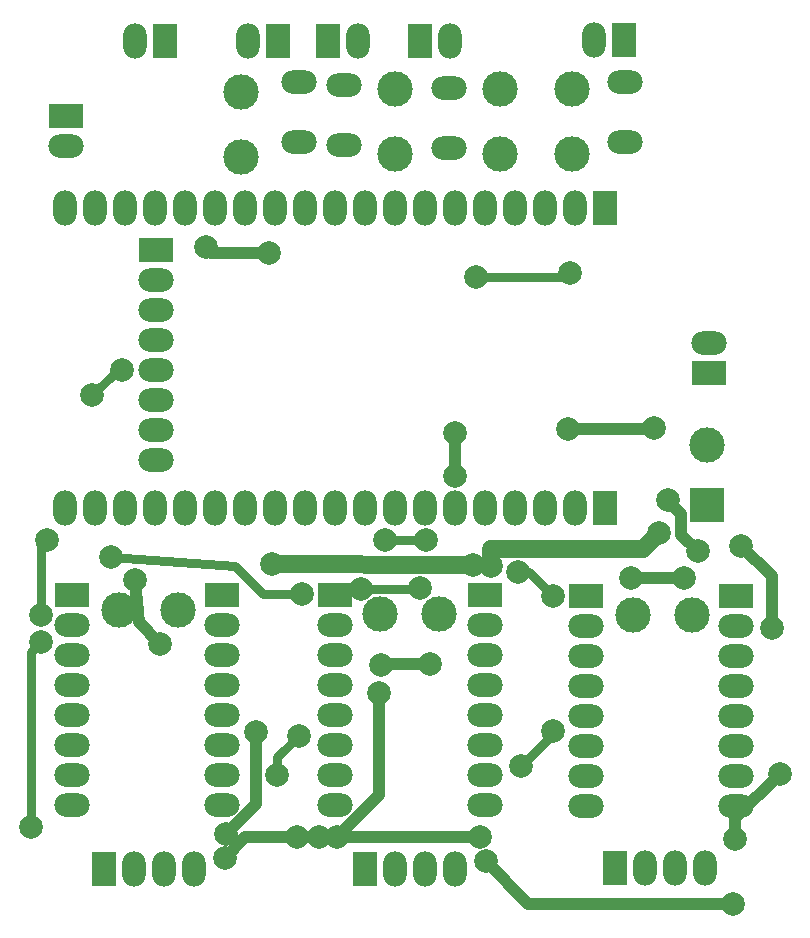
<source format=gbr>
G04 #@! TF.GenerationSoftware,KiCad,Pcbnew,(5.1.5-0)*
G04 #@! TF.CreationDate,2022-07-03T13:43:41+01:00*
G04 #@! TF.ProjectId,ESP32_Cnc_Shield,45535033-325f-4436-9e63-5f536869656c,rev?*
G04 #@! TF.SameCoordinates,Original*
G04 #@! TF.FileFunction,Copper,L1,Top*
G04 #@! TF.FilePolarity,Positive*
%FSLAX46Y46*%
G04 Gerber Fmt 4.6, Leading zero omitted, Abs format (unit mm)*
G04 Created by KiCad (PCBNEW (5.1.5-0)) date 2022-07-03 13:43:41*
%MOMM*%
%LPD*%
G04 APERTURE LIST*
%ADD10C,3.000000*%
%ADD11R,3.000000X3.000000*%
%ADD12O,3.000000X2.000000*%
%ADD13R,3.000000X2.000000*%
%ADD14O,2.000000X3.000000*%
%ADD15R,2.000000X3.000000*%
%ADD16C,2.000000*%
%ADD17C,1.000000*%
%ADD18C,1.500000*%
%ADD19C,0.800000*%
G04 APERTURE END LIST*
D10*
X58714640Y39921180D03*
D11*
X58714640Y34841180D03*
D10*
X52400000Y25560000D03*
X57400000Y25560000D03*
D12*
X11993880Y38608000D03*
X11993880Y41148000D03*
X11993880Y43688000D03*
X11993880Y46228000D03*
X11993880Y48768000D03*
X11993880Y51308000D03*
X11993880Y53848000D03*
D13*
X11993880Y56388000D03*
D10*
X30960000Y25590000D03*
X35960000Y25590000D03*
D12*
X51699260Y70685940D03*
X51699260Y65605940D03*
X27950260Y70431940D03*
X27950260Y65351940D03*
X36840260Y70177940D03*
X36840260Y65097940D03*
X24140260Y70685940D03*
X24140260Y65605940D03*
D14*
X15240000Y4010000D03*
X12700000Y4010000D03*
X10160000Y4010000D03*
D15*
X7620000Y4010000D03*
D14*
X58536840Y4091940D03*
X55996840Y4091940D03*
X53456840Y4091940D03*
D15*
X50916840Y4091940D03*
D14*
X10259060Y74124820D03*
D15*
X12799060Y74124820D03*
D12*
X4424680Y65211960D03*
D13*
X4424680Y67751960D03*
D14*
X37300000Y4040000D03*
X34760000Y4040000D03*
X32220000Y4040000D03*
D15*
X29680000Y4040000D03*
D12*
X17637480Y9451440D03*
X17637480Y11991440D03*
X17637480Y14531440D03*
X17637480Y17071440D03*
X17637480Y19611440D03*
X17637480Y22151440D03*
X17637480Y24691440D03*
D13*
X17637480Y27231440D03*
D14*
X19774000Y74153040D03*
D15*
X22314000Y74153040D03*
D14*
X36954560Y74102240D03*
D15*
X34414560Y74102240D03*
D14*
X49138940Y74224160D03*
D15*
X51678940Y74224160D03*
D12*
X61171600Y9317780D03*
X61171600Y11857780D03*
X61171600Y14397780D03*
X61171600Y16937780D03*
X61171600Y19477780D03*
X61171600Y22017780D03*
X61171600Y24557780D03*
D13*
X61171600Y27097780D03*
D14*
X29141520Y74155580D03*
D15*
X26601520Y74155580D03*
D12*
X39884720Y9442700D03*
X39884720Y11982700D03*
X39884720Y14522700D03*
X39884720Y17062700D03*
X39884720Y19602700D03*
X39884720Y22142700D03*
X39884720Y24682700D03*
D13*
X39884720Y27222700D03*
D12*
X58851800Y48552100D03*
D13*
X58851800Y46012100D03*
D12*
X4937480Y9451440D03*
X4937480Y11991440D03*
X4937480Y14531440D03*
X4937480Y17071440D03*
X4937480Y19611440D03*
X4937480Y22151440D03*
X4937480Y24691440D03*
D13*
X4937480Y27231440D03*
D14*
X4328260Y34617940D03*
X6868260Y34617940D03*
X9408260Y34617940D03*
X11948260Y34617940D03*
X14488260Y34617940D03*
X17028260Y34617940D03*
X19568260Y34617940D03*
X22108260Y34617940D03*
X24648260Y34617940D03*
X27188260Y34617940D03*
X29728260Y34617940D03*
X32268260Y34617940D03*
X34808260Y34617940D03*
X37348260Y34617940D03*
X39888260Y34617940D03*
X42428260Y34617940D03*
X44968260Y34617940D03*
X47508260Y34617940D03*
D15*
X50048260Y34617940D03*
D12*
X48471600Y9317780D03*
X48471600Y11857780D03*
X48471600Y14397780D03*
X48471600Y16937780D03*
X48471600Y19477780D03*
X48471600Y22017780D03*
X48471600Y24557780D03*
D13*
X48471600Y27097780D03*
D12*
X27184720Y9442700D03*
X27184720Y11982700D03*
X27184720Y14522700D03*
X27184720Y17062700D03*
X27184720Y19602700D03*
X27184720Y22142700D03*
X27184720Y24682700D03*
D13*
X27184720Y27222700D03*
D14*
X4328260Y60017940D03*
X6868260Y60017940D03*
X9408260Y60017940D03*
X11948260Y60017940D03*
X14488260Y60017940D03*
X17028260Y60017940D03*
X19568260Y60017940D03*
X22108260Y60017940D03*
X24648260Y60017940D03*
X27188260Y60017940D03*
X29728260Y60017940D03*
X32268260Y60017940D03*
X34808260Y60017940D03*
X37348260Y60017940D03*
X39888260Y60017940D03*
X42428260Y60017940D03*
X44968260Y60017940D03*
X47508260Y60017940D03*
D15*
X50048260Y60017940D03*
D10*
X47254260Y70089940D03*
X47254260Y64589940D03*
X32268260Y70089940D03*
X32268260Y64589940D03*
X41158260Y70089940D03*
X41158260Y64589940D03*
X19187260Y69835940D03*
X19187260Y64335940D03*
X8880000Y25930000D03*
X13880000Y25930000D03*
D16*
X30910000Y18920000D03*
X39420000Y6710000D03*
X20490000Y15630000D03*
X17950000Y6990000D03*
X17870000Y4980000D03*
X16280000Y56640000D03*
X25810000Y6730000D03*
X27367710Y6727710D03*
X23980000Y6700000D03*
X46890000Y41250000D03*
X54200000Y41360000D03*
X64170000Y24430000D03*
X61580000Y31380000D03*
X12380000Y23090000D03*
X35250000Y21350000D03*
X31040000Y21270000D03*
X52256670Y28674812D03*
X56700000Y28690000D03*
X21590000Y56200000D03*
X10256520Y28529280D03*
X37375140Y37255140D03*
X37370000Y40950000D03*
X57924700Y30916880D03*
X55331360Y35255200D03*
X61080000Y6580000D03*
X64815000Y12060000D03*
X60899040Y1069340D03*
X39928800Y4696460D03*
X38860000Y29800000D03*
X21870000Y29870000D03*
X40350000Y29670000D03*
X54637940Y32499300D03*
X39090000Y54180000D03*
X47060000Y54520000D03*
X31370000Y31860010D03*
X34870000Y31860010D03*
X45610000Y27150000D03*
X29338347Y27748762D03*
X34408883Y27800000D03*
X24410000Y27340000D03*
X42700000Y29134203D03*
X8176260Y30398720D03*
X2273280Y25530000D03*
X2770000Y31900000D03*
X1450000Y7580000D03*
X2320000Y23270000D03*
X9180000Y46280000D03*
X6620000Y44110000D03*
X22308820Y11988800D03*
X24112220Y15270480D03*
X45676820Y15735300D03*
X42900000Y12697980D03*
D17*
X37590000Y40730000D02*
X37370000Y40950000D01*
X39260000Y6550000D02*
X39420000Y6710000D01*
X20490000Y9530000D02*
X17950000Y6990000D01*
X20490000Y15630000D02*
X20490000Y9530000D01*
X17870000Y4980000D02*
X19600000Y6710000D01*
X27376197Y6730000D02*
X25810000Y6730000D01*
X30910000Y10263803D02*
X27376197Y6730000D01*
X30910000Y18920000D02*
X30910000Y10263803D01*
X25810000Y6730000D02*
X27367710Y6727710D01*
X27367710Y6727710D02*
X39420000Y6710000D01*
X25810000Y6730000D02*
X24010000Y6730000D01*
X24010000Y6730000D02*
X23980000Y6700000D01*
X19600000Y6710000D02*
X23980000Y6700000D01*
X54090000Y41250000D02*
X54200000Y41360000D01*
X46890000Y41250000D02*
X54090000Y41250000D01*
X64170000Y28790000D02*
X61580000Y31380000D01*
X64170000Y24430000D02*
X64170000Y28790000D01*
X31120000Y21350000D02*
X31040000Y21270000D01*
X35250000Y21350000D02*
X31120000Y21350000D01*
X52271858Y28690000D02*
X52256670Y28674812D01*
X56700000Y28690000D02*
X52271858Y28690000D01*
X16720000Y56200000D02*
X16280000Y56640000D01*
X21590000Y56200000D02*
X16720000Y56200000D01*
X10550000Y24920000D02*
X12380000Y23090000D01*
X10256520Y28529280D02*
X10550000Y24920000D01*
X37370000Y40950000D02*
X37370000Y40950000D01*
X37375140Y40944860D02*
X37370000Y40950000D01*
X37375140Y37255140D02*
X37375140Y40944860D01*
X56331359Y34255201D02*
X55331360Y35255200D01*
X56514639Y34071921D02*
X56331359Y34255201D01*
X56514639Y32326941D02*
X56514639Y34071921D01*
X57924700Y30916880D02*
X56514639Y32326941D01*
X61080000Y6580000D02*
X61080000Y8325000D01*
X61080000Y8325000D02*
X64815000Y12060000D01*
X43555920Y1069340D02*
X39928800Y4696460D01*
X60899040Y1069340D02*
X43555920Y1069340D01*
D18*
X37445787Y29800000D02*
X38860000Y29800000D01*
X37395787Y29750000D02*
X37445787Y29800000D01*
X21870000Y29870000D02*
X37395787Y29750000D01*
X40350000Y29670000D02*
X40350000Y31084213D01*
X53222853Y31084213D02*
X54637940Y32499300D01*
X40350000Y31084213D02*
X53222853Y31084213D01*
D19*
X46720000Y54180000D02*
X47060000Y54520000D01*
X39090000Y54180000D02*
X46720000Y54180000D01*
X34870000Y31860010D02*
X33455787Y31860010D01*
X33455787Y31860010D02*
X31370000Y31860010D01*
X34357645Y27748762D02*
X34408883Y27800000D01*
X29338347Y27748762D02*
X34357645Y27748762D01*
X45610000Y27150000D02*
X43625797Y29134203D01*
X43625797Y29134203D02*
X42700000Y29134203D01*
X21108922Y27340000D02*
X24410000Y27340000D01*
X18748922Y29700000D02*
X21108922Y27340000D01*
X8176260Y30398720D02*
X18748922Y29700000D01*
X2273280Y31403280D02*
X2770000Y31900000D01*
X2273280Y25530000D02*
X2273280Y31403280D01*
X1450000Y22400000D02*
X2320000Y23270000D01*
X1450000Y7580000D02*
X1450000Y22400000D01*
X8790000Y46280000D02*
X6620000Y44110000D01*
X9180000Y46280000D02*
X8790000Y46280000D01*
X22308820Y13467080D02*
X24112220Y15270480D01*
X22308820Y11988800D02*
X22308820Y13467080D01*
X45676820Y15474800D02*
X42900000Y12697980D01*
X45676820Y15735300D02*
X45676820Y15474800D01*
M02*

</source>
